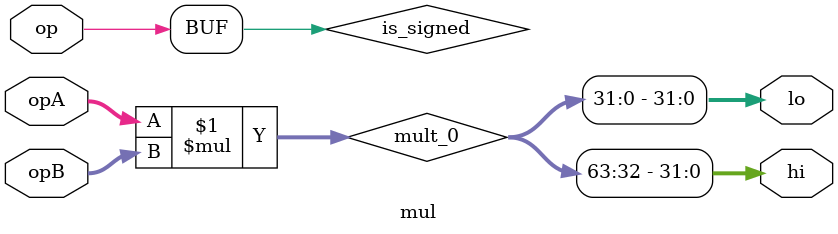
<source format=v>

/****************************************************************************
          MUL/DIV unit

Operation table

   op
   0    MULTU
   1    MULT
****************************************************************************/
module mul(
            opA, opB, 
            op,                 //is_signed
            hi, lo);
parameter WIDTH=32;

input [WIDTH-1:0] opA;
input [WIDTH-1:0] opB;
input op;

output [WIDTH-1:0] hi;
output [WIDTH-1:0] lo;

wire is_signed;
assign is_signed=op;

wire dum,dum2;

wire [2*WIDTH-1:0] mult_0;

assign mult_0 = opA * opB;

assign hi = mult_0[2*WIDTH-1 : WIDTH];
assign lo = mult_0[WIDTH-1 : 0];

/*

    lpm_mult	lpm_mult_component (
        .dataa ({is_signed&opA[WIDTH-1],opA}),
        .datab ({is_signed&opB[WIDTH-1],opB}),
        .result ({dum2,dum,hi,lo})
        // synopsys translate_off
        ,
        .clken (1'b1),
        .clock (1'b0),
        .sum (1'b0),
        .aclr (1'b0)
        // synopsys translate_on
    );
    defparam
        lpm_mult_component.lpm_widtha = WIDTH+1,
        lpm_mult_component.lpm_widthb = WIDTH+1,
        lpm_mult_component.lpm_widthp = 2*WIDTH+2,
        lpm_mult_component.lpm_widths = 1,
        lpm_mult_component.lpm_pipeline = 0,
        lpm_mult_component.lpm_type = "LPM_MULT",
        lpm_mult_component.lpm_representation = "SIGNED",
        lpm_mult_component.lpm_hint = "MAXIMIZE_SPEED=6";
*/

endmodule

</source>
